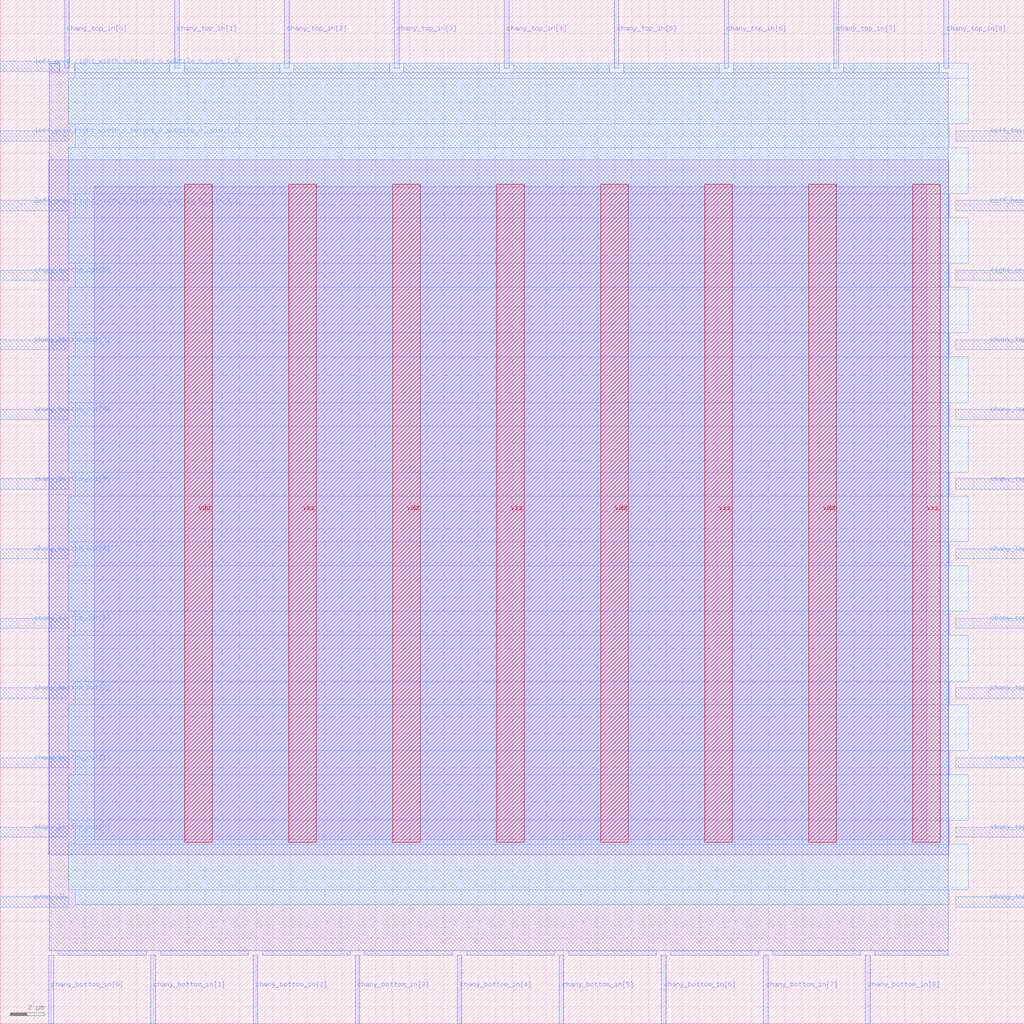
<source format=lef>
VERSION 5.7 ;
  NOWIREEXTENSIONATPIN ON ;
  DIVIDERCHAR "/" ;
  BUSBITCHARS "[]" ;
MACRO cby_8__1_
  CLASS BLOCK ;
  FOREIGN cby_8__1_ ;
  ORIGIN 0.000 0.000 ;
  SIZE 60.000 BY 60.000 ;
  PIN ccff_head
    DIRECTION INPUT ;
    USE SIGNAL ;
    ANTENNAGATEAREA 0.196500 ;
    PORT
      LAYER met3 ;
        RECT 56.000 47.640 60.000 48.240 ;
    END
  END ccff_head
  PIN ccff_tail
    DIRECTION OUTPUT TRISTATE ;
    USE SIGNAL ;
    ANTENNADIFFAREA 0.795200 ;
    PORT
      LAYER met3 ;
        RECT 56.000 51.720 60.000 52.320 ;
    END
  END ccff_tail
  PIN chany_bottom_in[0]
    DIRECTION INPUT ;
    USE SIGNAL ;
    ANTENNAGATEAREA 0.196500 ;
    PORT
      LAYER met2 ;
        RECT 2.850 0.000 3.130 4.000 ;
    END
  END chany_bottom_in[0]
  PIN chany_bottom_in[1]
    DIRECTION INPUT ;
    USE SIGNAL ;
    ANTENNAGATEAREA 0.196500 ;
    PORT
      LAYER met2 ;
        RECT 8.830 0.000 9.110 4.000 ;
    END
  END chany_bottom_in[1]
  PIN chany_bottom_in[2]
    DIRECTION INPUT ;
    USE SIGNAL ;
    ANTENNAGATEAREA 0.196500 ;
    PORT
      LAYER met2 ;
        RECT 14.810 0.000 15.090 4.000 ;
    END
  END chany_bottom_in[2]
  PIN chany_bottom_in[3]
    DIRECTION INPUT ;
    USE SIGNAL ;
    ANTENNAGATEAREA 0.196500 ;
    PORT
      LAYER met2 ;
        RECT 20.790 0.000 21.070 4.000 ;
    END
  END chany_bottom_in[3]
  PIN chany_bottom_in[4]
    DIRECTION INPUT ;
    USE SIGNAL ;
    ANTENNAGATEAREA 0.196500 ;
    PORT
      LAYER met2 ;
        RECT 26.770 0.000 27.050 4.000 ;
    END
  END chany_bottom_in[4]
  PIN chany_bottom_in[5]
    DIRECTION INPUT ;
    USE SIGNAL ;
    ANTENNAGATEAREA 0.196500 ;
    PORT
      LAYER met2 ;
        RECT 32.750 0.000 33.030 4.000 ;
    END
  END chany_bottom_in[5]
  PIN chany_bottom_in[6]
    DIRECTION INPUT ;
    USE SIGNAL ;
    ANTENNAGATEAREA 0.196500 ;
    PORT
      LAYER met2 ;
        RECT 38.730 0.000 39.010 4.000 ;
    END
  END chany_bottom_in[6]
  PIN chany_bottom_in[7]
    DIRECTION INPUT ;
    USE SIGNAL ;
    ANTENNAGATEAREA 0.196500 ;
    PORT
      LAYER met2 ;
        RECT 44.710 0.000 44.990 4.000 ;
    END
  END chany_bottom_in[7]
  PIN chany_bottom_in[8]
    DIRECTION INPUT ;
    USE SIGNAL ;
    ANTENNAGATEAREA 0.196500 ;
    PORT
      LAYER met2 ;
        RECT 50.690 0.000 50.970 4.000 ;
    END
  END chany_bottom_in[8]
  PIN chany_bottom_out[0]
    DIRECTION OUTPUT TRISTATE ;
    USE SIGNAL ;
    ANTENNADIFFAREA 0.795200 ;
    PORT
      LAYER met3 ;
        RECT 0.000 10.920 4.000 11.520 ;
    END
  END chany_bottom_out[0]
  PIN chany_bottom_out[1]
    DIRECTION OUTPUT TRISTATE ;
    USE SIGNAL ;
    ANTENNADIFFAREA 0.795200 ;
    PORT
      LAYER met3 ;
        RECT 0.000 15.000 4.000 15.600 ;
    END
  END chany_bottom_out[1]
  PIN chany_bottom_out[2]
    DIRECTION OUTPUT TRISTATE ;
    USE SIGNAL ;
    ANTENNADIFFAREA 0.795200 ;
    PORT
      LAYER met3 ;
        RECT 0.000 19.080 4.000 19.680 ;
    END
  END chany_bottom_out[2]
  PIN chany_bottom_out[3]
    DIRECTION OUTPUT TRISTATE ;
    USE SIGNAL ;
    ANTENNADIFFAREA 0.795200 ;
    PORT
      LAYER met3 ;
        RECT 0.000 23.160 4.000 23.760 ;
    END
  END chany_bottom_out[3]
  PIN chany_bottom_out[4]
    DIRECTION OUTPUT TRISTATE ;
    USE SIGNAL ;
    ANTENNADIFFAREA 0.795200 ;
    PORT
      LAYER met3 ;
        RECT 0.000 27.240 4.000 27.840 ;
    END
  END chany_bottom_out[4]
  PIN chany_bottom_out[5]
    DIRECTION OUTPUT TRISTATE ;
    USE SIGNAL ;
    ANTENNADIFFAREA 0.795200 ;
    PORT
      LAYER met3 ;
        RECT 0.000 31.320 4.000 31.920 ;
    END
  END chany_bottom_out[5]
  PIN chany_bottom_out[6]
    DIRECTION OUTPUT TRISTATE ;
    USE SIGNAL ;
    ANTENNADIFFAREA 0.795200 ;
    PORT
      LAYER met3 ;
        RECT 0.000 35.400 4.000 36.000 ;
    END
  END chany_bottom_out[6]
  PIN chany_bottom_out[7]
    DIRECTION OUTPUT TRISTATE ;
    USE SIGNAL ;
    ANTENNADIFFAREA 0.795200 ;
    PORT
      LAYER met3 ;
        RECT 0.000 39.480 4.000 40.080 ;
    END
  END chany_bottom_out[7]
  PIN chany_bottom_out[8]
    DIRECTION OUTPUT TRISTATE ;
    USE SIGNAL ;
    ANTENNADIFFAREA 0.795200 ;
    PORT
      LAYER met3 ;
        RECT 0.000 43.560 4.000 44.160 ;
    END
  END chany_bottom_out[8]
  PIN chany_top_in[0]
    DIRECTION INPUT ;
    USE SIGNAL ;
    ANTENNAGATEAREA 0.196500 ;
    PORT
      LAYER met2 ;
        RECT 3.770 56.000 4.050 60.000 ;
    END
  END chany_top_in[0]
  PIN chany_top_in[1]
    DIRECTION INPUT ;
    USE SIGNAL ;
    ANTENNAGATEAREA 0.196500 ;
    PORT
      LAYER met2 ;
        RECT 10.210 56.000 10.490 60.000 ;
    END
  END chany_top_in[1]
  PIN chany_top_in[2]
    DIRECTION INPUT ;
    USE SIGNAL ;
    ANTENNAGATEAREA 0.196500 ;
    PORT
      LAYER met2 ;
        RECT 16.650 56.000 16.930 60.000 ;
    END
  END chany_top_in[2]
  PIN chany_top_in[3]
    DIRECTION INPUT ;
    USE SIGNAL ;
    ANTENNAGATEAREA 0.196500 ;
    PORT
      LAYER met2 ;
        RECT 23.090 56.000 23.370 60.000 ;
    END
  END chany_top_in[3]
  PIN chany_top_in[4]
    DIRECTION INPUT ;
    USE SIGNAL ;
    ANTENNAGATEAREA 0.196500 ;
    PORT
      LAYER met2 ;
        RECT 29.530 56.000 29.810 60.000 ;
    END
  END chany_top_in[4]
  PIN chany_top_in[5]
    DIRECTION INPUT ;
    USE SIGNAL ;
    ANTENNAGATEAREA 0.196500 ;
    PORT
      LAYER met2 ;
        RECT 35.970 56.000 36.250 60.000 ;
    END
  END chany_top_in[5]
  PIN chany_top_in[6]
    DIRECTION INPUT ;
    USE SIGNAL ;
    ANTENNAGATEAREA 0.196500 ;
    PORT
      LAYER met2 ;
        RECT 42.410 56.000 42.690 60.000 ;
    END
  END chany_top_in[6]
  PIN chany_top_in[7]
    DIRECTION INPUT ;
    USE SIGNAL ;
    ANTENNAGATEAREA 0.196500 ;
    PORT
      LAYER met2 ;
        RECT 48.850 56.000 49.130 60.000 ;
    END
  END chany_top_in[7]
  PIN chany_top_in[8]
    DIRECTION INPUT ;
    USE SIGNAL ;
    ANTENNAGATEAREA 0.196500 ;
    PORT
      LAYER met2 ;
        RECT 55.290 56.000 55.570 60.000 ;
    END
  END chany_top_in[8]
  PIN chany_top_out[0]
    DIRECTION OUTPUT TRISTATE ;
    USE SIGNAL ;
    ANTENNADIFFAREA 0.445500 ;
    PORT
      LAYER met3 ;
        RECT 56.000 6.840 60.000 7.440 ;
    END
  END chany_top_out[0]
  PIN chany_top_out[1]
    DIRECTION OUTPUT TRISTATE ;
    USE SIGNAL ;
    ANTENNADIFFAREA 0.445500 ;
    PORT
      LAYER met3 ;
        RECT 56.000 10.920 60.000 11.520 ;
    END
  END chany_top_out[1]
  PIN chany_top_out[2]
    DIRECTION OUTPUT TRISTATE ;
    USE SIGNAL ;
    ANTENNADIFFAREA 0.445500 ;
    PORT
      LAYER met3 ;
        RECT 56.000 15.000 60.000 15.600 ;
    END
  END chany_top_out[2]
  PIN chany_top_out[3]
    DIRECTION OUTPUT TRISTATE ;
    USE SIGNAL ;
    ANTENNADIFFAREA 0.445500 ;
    PORT
      LAYER met3 ;
        RECT 56.000 19.080 60.000 19.680 ;
    END
  END chany_top_out[3]
  PIN chany_top_out[4]
    DIRECTION OUTPUT TRISTATE ;
    USE SIGNAL ;
    ANTENNADIFFAREA 0.445500 ;
    PORT
      LAYER met3 ;
        RECT 56.000 23.160 60.000 23.760 ;
    END
  END chany_top_out[4]
  PIN chany_top_out[5]
    DIRECTION OUTPUT TRISTATE ;
    USE SIGNAL ;
    ANTENNADIFFAREA 0.795200 ;
    PORT
      LAYER met3 ;
        RECT 56.000 27.240 60.000 27.840 ;
    END
  END chany_top_out[5]
  PIN chany_top_out[6]
    DIRECTION OUTPUT TRISTATE ;
    USE SIGNAL ;
    ANTENNADIFFAREA 0.445500 ;
    PORT
      LAYER met3 ;
        RECT 56.000 31.320 60.000 31.920 ;
    END
  END chany_top_out[6]
  PIN chany_top_out[7]
    DIRECTION OUTPUT TRISTATE ;
    USE SIGNAL ;
    ANTENNADIFFAREA 0.445500 ;
    PORT
      LAYER met3 ;
        RECT 56.000 35.400 60.000 36.000 ;
    END
  END chany_top_out[7]
  PIN chany_top_out[8]
    DIRECTION OUTPUT TRISTATE ;
    USE SIGNAL ;
    ANTENNADIFFAREA 0.795200 ;
    PORT
      LAYER met3 ;
        RECT 56.000 39.480 60.000 40.080 ;
    END
  END chany_top_out[8]
  PIN left_grid_right_width_0_height_0_subtile_0__pin_I_1_
    DIRECTION OUTPUT TRISTATE ;
    USE SIGNAL ;
    ANTENNADIFFAREA 0.795200 ;
    PORT
      LAYER met3 ;
        RECT 0.000 47.640 4.000 48.240 ;
    END
  END left_grid_right_width_0_height_0_subtile_0__pin_I_1_
  PIN left_grid_right_width_0_height_0_subtile_0__pin_I_5_
    DIRECTION OUTPUT TRISTATE ;
    USE SIGNAL ;
    ANTENNADIFFAREA 0.795200 ;
    PORT
      LAYER met3 ;
        RECT 0.000 51.720 4.000 52.320 ;
    END
  END left_grid_right_width_0_height_0_subtile_0__pin_I_5_
  PIN left_grid_right_width_0_height_0_subtile_0__pin_I_9_
    DIRECTION OUTPUT TRISTATE ;
    USE SIGNAL ;
    ANTENNADIFFAREA 0.795200 ;
    PORT
      LAYER met3 ;
        RECT 0.000 55.800 4.000 56.400 ;
    END
  END left_grid_right_width_0_height_0_subtile_0__pin_I_9_
  PIN prog_clk
    DIRECTION INPUT ;
    USE SIGNAL ;
    ANTENNAGATEAREA 0.852000 ;
    PORT
      LAYER met3 ;
        RECT 0.000 6.840 4.000 7.440 ;
    END
  END prog_clk
  PIN right_grid_left_width_0_height_0_subtile_0__pin_outpad_0_
    DIRECTION OUTPUT TRISTATE ;
    USE SIGNAL ;
    ANTENNADIFFAREA 0.445500 ;
    PORT
      LAYER met3 ;
        RECT 56.000 43.560 60.000 44.160 ;
    END
  END right_grid_left_width_0_height_0_subtile_0__pin_outpad_0_
  PIN vdd
    DIRECTION INOUT ;
    USE POWER ;
    PORT
      LAYER met4 ;
        RECT 10.815 10.640 12.415 49.200 ;
    END
    PORT
      LAYER met4 ;
        RECT 23.005 10.640 24.605 49.200 ;
    END
    PORT
      LAYER met4 ;
        RECT 35.195 10.640 36.795 49.200 ;
    END
    PORT
      LAYER met4 ;
        RECT 47.385 10.640 48.985 49.200 ;
    END
  END vdd
  PIN vss
    DIRECTION INOUT ;
    USE GROUND ;
    PORT
      LAYER met4 ;
        RECT 16.910 10.640 18.510 49.200 ;
    END
    PORT
      LAYER met4 ;
        RECT 29.100 10.640 30.700 49.200 ;
    END
    PORT
      LAYER met4 ;
        RECT 41.290 10.640 42.890 49.200 ;
    END
    PORT
      LAYER met4 ;
        RECT 53.480 10.640 55.080 49.200 ;
    END
  END vss
  OBS
      LAYER li1 ;
        RECT 5.520 10.795 54.280 49.045 ;
      LAYER met1 ;
        RECT 2.830 9.900 55.590 50.620 ;
      LAYER met2 ;
        RECT 2.860 55.720 3.490 56.285 ;
        RECT 4.330 55.720 9.930 56.285 ;
        RECT 10.770 55.720 16.370 56.285 ;
        RECT 17.210 55.720 22.810 56.285 ;
        RECT 23.650 55.720 29.250 56.285 ;
        RECT 30.090 55.720 35.690 56.285 ;
        RECT 36.530 55.720 42.130 56.285 ;
        RECT 42.970 55.720 48.570 56.285 ;
        RECT 49.410 55.720 55.010 56.285 ;
        RECT 2.860 4.280 55.560 55.720 ;
        RECT 3.410 4.000 8.550 4.280 ;
        RECT 9.390 4.000 14.530 4.280 ;
        RECT 15.370 4.000 20.510 4.280 ;
        RECT 21.350 4.000 26.490 4.280 ;
        RECT 27.330 4.000 32.470 4.280 ;
        RECT 33.310 4.000 38.450 4.280 ;
        RECT 39.290 4.000 44.430 4.280 ;
        RECT 45.270 4.000 50.410 4.280 ;
        RECT 51.250 4.000 55.560 4.280 ;
      LAYER met3 ;
        RECT 4.400 55.400 56.730 56.265 ;
        RECT 3.990 52.720 56.730 55.400 ;
        RECT 4.400 51.320 55.600 52.720 ;
        RECT 3.990 48.640 56.730 51.320 ;
        RECT 4.400 47.240 55.600 48.640 ;
        RECT 3.990 44.560 56.730 47.240 ;
        RECT 4.400 43.160 55.600 44.560 ;
        RECT 3.990 40.480 56.730 43.160 ;
        RECT 4.400 39.080 55.600 40.480 ;
        RECT 3.990 36.400 56.730 39.080 ;
        RECT 4.400 35.000 55.600 36.400 ;
        RECT 3.990 32.320 56.730 35.000 ;
        RECT 4.400 30.920 55.600 32.320 ;
        RECT 3.990 28.240 56.730 30.920 ;
        RECT 4.400 26.840 55.600 28.240 ;
        RECT 3.990 24.160 56.730 26.840 ;
        RECT 4.400 22.760 55.600 24.160 ;
        RECT 3.990 20.080 56.730 22.760 ;
        RECT 4.400 18.680 55.600 20.080 ;
        RECT 3.990 16.000 56.730 18.680 ;
        RECT 4.400 14.600 55.600 16.000 ;
        RECT 3.990 11.920 56.730 14.600 ;
        RECT 4.400 10.520 55.600 11.920 ;
        RECT 3.990 7.840 56.730 10.520 ;
        RECT 4.400 6.975 55.600 7.840 ;
  END
END cby_8__1_
END LIBRARY


</source>
